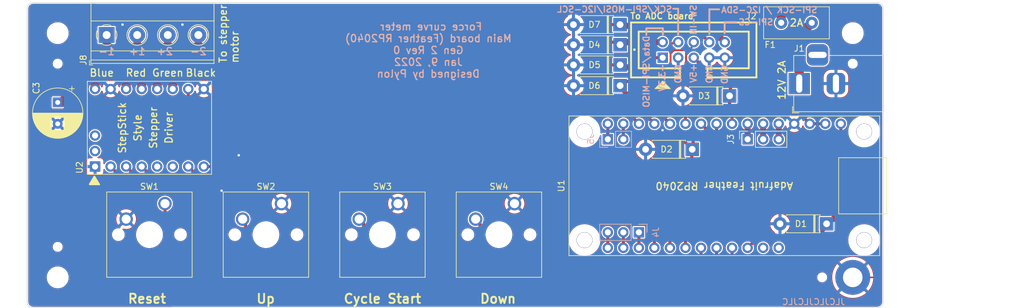
<source format=kicad_pcb>
(kicad_pcb (version 20211014) (generator pcbnew)
  (layers (0 "F.Cu" signal) (31 "B.Cu" signal) (34 "B.Paste" user) (35 "F.Paste" user) (36 "B.SilkS" user "B.Silkscreen") (37 "F.SilkS" user "F.Silkscreen") (38 "B.Mask" user) (39 "F.Mask" user) (44 "Edge.Cuts" user))
  (net 0 "")
  (net 1 "+12V")
  (net 2 "DOWN-SWITCH")
  (net 3 "START-SWITCH")
  (net 4 "GND")
  (net 5 "RESET")
  (net 6 "UP-SWITCH")
  (net 7 "DIR")
  (net 8 "+5V")
  (net 9 "STEP")
  (net 10 "+3V3")
  (net 11 "MS2")
  (net 12 "MS1")
  (net 13 "SPI-SCK{slash}I2C-SDA")
  (net 14 "HX711-SCK{slash}SPI-MOSI{slash}I2C-SCL")
  (net 15 "HX711-DATA{slash}SPI-MISO")
  (net 16 "SPI-CS")
  (net 17 "MS3")
  (net 23 "SWITCH-IN")
  (net 25 "Net-(J3-Pad3)")
  (net 26 "Net-(J3-Pad2)")
  (net 27 "Net-(J3-Pad1)")
  (net 28 "Net-(J4-Pad1)")
  (net 29 "Net-(J4-Pad2)")
  (net 30 "Net-(J4-Pad3)")
  (net 31 "Coil1+")
  (net 32 "Coil1-")
  (net 33 "Coil2-")
  (net 34 "Coil2+")
  (net 35 "Net-(J5-Pad1)")
  (net 36 "Net-(J5-Pad2)")
  (net 37 "Net-(J1-Pad1)")
  (footprint "Capacitor_THT:C_Disc_D10.5mm_W5.0mm_P5.00mm" (layer "F.Cu") (at 123.3 3.3)
    (fp_text reference "F1" (at -1.8 3.6) (layer "F.SilkS"))
    (fp_text value "2A")
    (pad "1" thru_hole circle locked (at 0 0) (size 2 2) (drill 1) (layers *.Cu *.Mask) (net 1 "+12V"))
    (pad "2" thru_hole circle locked (at 5 0) (size 2 2) (drill 1) (layers *.Cu *.Mask) (net 37 "Net-(J1-Pad1)"))
  )
  (footprint "MountingHole:MountingHole_3.2mm_M3_ISO7380_Pad" (layer "F.Cu") (at 135 45)
    (fp_text reference "H1")
    (fp_text value "MountingHole_Pad")
    (pad "1" thru_hole circle locked (at 0 0) (size 5.7 5.7) (drill 3.2) (layers *.Cu *.Mask) (net 4 "GND"))
  )
  (footprint "Capacitor_THT:CP_Radial_D8.0mm_P3.50mm" (layer "F.Cu") (at 5 16.347349 -90)
    (fp_text reference "C3" (at -2.347349 3.5 90) (layer "F.SilkS"))
    (fp_text value "100uF 35V")
    (pad "1" thru_hole rect locked (at 0 0 270) (size 1.6 1.6) (drill 0.8) (layers *.Cu *.Mask) (net 1 "+12V"))
    (pad "2" thru_hole circle locked (at 3.5 0 270) (size 1.6 1.6) (drill 0.8) (layers *.Cu *.Mask) (net 4 "GND"))
  )
  (footprint "AcheronMountingHoles:ToolingHole_1.152mm_(for_JLCPCB_SMT)" (layer "F.Cu") (at 135 10)
    (fp_text reference "HT2")
    (fp_text value "MountingHole")
    (pad "" np_thru_hole circle locked (at 0 0) (size 1.152 1.152) (drill 1.152) (layers *.Cu *.Mask) (clearance 0.248))
  )
  (footprint "Button_Switch_Keyboard:SW_Cherry_MX_1.00u_PCB" (layer "F.Cu") (at 79.69 32.92)
    (fp_text reference "SW4" (at -2.54 -2.794) (layer "F.SilkS"))
    (fp_text value "SW_Push")
    (pad "" np_thru_hole circle locked (at -2.54 5.08) (size 4 4) (drill 4) (layers *.Cu *.Mask))
    (pad "" np_thru_hole circle locked (at -7.62 5.08) (size 1.7 1.7) (drill 1.7) (layers *.Cu *.Mask))
    (pad "" np_thru_hole circle locked (at 2.54 5.08) (size 1.7 1.7) (drill 1.7) (layers *.Cu *.Mask))
    (pad "1" thru_hole circle locked (at 0 0) (size 2.2 2.2) (drill 1.5) (layers *.Cu *.Mask) (net 4 "GND"))
    (pad "2" thru_hole circle locked (at -6.35 2.54) (size 2.2 2.2) (drill 1.5) (layers *.Cu *.Mask) (net 2 "DOWN-SWITCH"))
  )
  (footprint "TerminalBlock_Phoenix:TerminalBlock_Phoenix_MKDS-1,5-4_1x04_P5.00mm_Horizontal" (layer "F.Cu") (at 13 5.305)
    (fp_text reference "J8" (at -3.8 4.095 90) (layer "F.SilkS"))
    (fp_text value "Conn_01x04")
    (pad "1" thru_hole rect locked (at 0 0) (size 2.6 2.6) (drill 1.3) (layers *.Cu *.Mask) (net 32 "Coil1-"))
    (pad "2" thru_hole circle locked (at 5 0) (size 2.6 2.6) (drill 1.3) (layers *.Cu *.Mask) (net 31 "Coil1+"))
    (pad "3" thru_hole circle locked (at 10 0) (size 2.6 2.6) (drill 1.3) (layers *.Cu *.Mask) (net 34 "Coil2+"))
    (pad "4" thru_hole circle locked (at 15 0) (size 2.6 2.6) (drill 1.3) (layers *.Cu *.Mask) (net 33 "Coil2-"))
  )
  (footprint "Diode_THT:D_DO-41_SOD81_P7.62mm_Horizontal" (layer "F.Cu") (at 96.96 13.6 180)
    (fp_text reference "D6" (at 4.21 0) (layer "F.SilkS"))
    (fp_text value "D_Zener")
    (pad "1" thru_hole rect locked (at 0 0 180) (size 2.2 2.2) (drill 1.1) (layers *.Cu *.Mask) (net 13 "SPI-SCK{slash}I2C-SDA"))
    (pad "2" thru_hole oval locked (at 7.62 0 180) (size 2.2 2.2) (drill 1.1) (layers *.Cu *.Mask) (net 4 "GND"))
  )
  (footprint "MountingHole:MountingHole_3.2mm_M3_ISO7380" (layer "F.Cu") (at 5 5)
    (fp_text reference "H4")
    (fp_text value "MountingHole")
    (pad "" np_thru_hole circle locked (at 0 0) (size 3.2 3.2) (drill 3.2) (layers *.Cu *.Mask))
  )
  (footprint "Connector_PinSocket_2.54mm:PinSocket_1x03_P2.54mm_Vertical" (layer "F.Cu") (at 117.81 22.38 90)
    (fp_text reference "J3" (at 0 -2.77 90) (layer "F.SilkS"))
    (fp_text value "Conn_01x03_Female")
    (pad "1" thru_hole rect locked (at 0 0 90) (size 1.7 1.7) (drill 1) (layers *.Cu *.Mask) (net 27 "Net-(J3-Pad1)"))
    (pad "2" thru_hole oval locked (at 0 2.54 90) (size 1.7 1.7) (drill 1) (layers *.Cu *.Mask) (net 26 "Net-(J3-Pad2)"))
    (pad "3" thru_hole oval locked (at 0 5.08 90) (size 1.7 1.7) (drill 1) (layers *.Cu *.Mask) (net 25 "Net-(J3-Pad3)"))
  )
  (footprint "MountingHole:MountingHole_3.2mm_M3_ISO7380" (layer "F.Cu") (at 135 5)
    (fp_text reference "H2")
    (fp_text value "MountingHole")
    (pad "" np_thru_hole circle locked (at 0 0) (size 3.2 3.2) (drill 3.2) (layers *.Cu *.Mask))
  )
  (footprint "Connector_BarrelJack:BarrelJack_Horizontal" (layer "F.Cu") (at 126.25 13.2575 180)
    (fp_text reference "J1" (at 0 5.75) (layer "F.SilkS"))
    (fp_text value "Barrel_Jack_MountingPin")
    (pad "1" thru_hole rect locked (at 0 0 180) (size 3.5 3.5) (drill oval 1 3) (layers *.Cu *.Mask) (net 37 "Net-(J1-Pad1)"))
    (pad "2" thru_hole roundrect locked (at -6 0 180) (size 3 3.5) (drill oval 1 3) (layers *.Cu *.Mask) (net 4 "GND"))
    (pad "3" thru_hole roundrect locked (at -3 4.7 180) (size 3.5 3.5) (drill oval 3 1) (layers *.Cu *.Mask))
  )
  (footprint "AcheronMountingHoles:ToolingHole_1.152mm_(for_JLCPCB_SMT)" (layer "F.Cu") (at 5 10)
    (fp_text reference "HT1")
    (fp_text value "MountingHole")
    (pad "" np_thru_hole circle locked (at 0 0) (size 1.152 1.152) (drill 1.152) (layers *.Cu *.Mask) (clearance 0.248))
  )
  (footprint "AcheronMountingHoles:ToolingHole_1.152mm_(for_JLCPCB_SMT)" (layer "F.Cu") (at 130 45)
    (fp_text reference "HT4")
    (fp_text value "MountingHole")
    (pad "" np_thru_hole circle locked (at 0 0) (size 1.152 1.152) (drill 1.152) (layers *.Cu *.Mask) (clearance 0.248))
  )
  (footprint "Button_Switch_Keyboard:SW_Cherry_MX_1.00u_PCB" (layer "F.Cu") (at 22.54 32.92)
    (fp_text reference "SW1" (at -2.54 -2.794) (layer "F.SilkS"))
    (fp_text value "SW_Push")
    (pad "" np_thru_hole circle locked (at -7.62 5.08) (size 1.7 1.7) (drill 1.7) (layers *.Cu *.Mask))
    (pad "" np_thru_hole circle locked (at 2.54 5.08) (size 1.7 1.7) (drill 1.7) (layers *.Cu *.Mask))
    (pad "" np_thru_hole circle locked (at -2.54 5.08) (size 4 4) (drill 4) (layers *.Cu *.Mask))
    (pad "1" thru_hole circle locked (at 0 0) (size 2.2 2.2) (drill 1.5) (layers *.Cu *.Mask) (net 5 "RESET"))
    (pad "2" thru_hole circle locked (at -6.35 2.54) (size 2.2 2.2) (drill 1.5) (layers *.Cu *.Mask) (net 4 "GND"))
  )
  (footprint "Diode_THT:D_DO-41_SOD81_P7.62mm_Horizontal" (layer "F.Cu") (at 130.725 36.225 180)
    (fp_text reference "D1" (at 4.2 0) (layer "F.SilkS"))
    (fp_text value "D_Zener")
    (pad "1" thru_hole rect locked (at 0 0 180) (size 2.2 2.2) (drill 1.1) (layers *.Cu *.Mask) (net 8 "+5V"))
    (pad "2" thru_hole oval locked (at 7.62 0 180) (size 2.2 2.2) (drill 1.1) (layers *.Cu *.Mask) (net 4 "GND"))
  )
  (footprint "AcheronMountingHoles:ToolingHole_1.152mm_(for_JLCPCB_SMT)" (layer "F.Cu") (at 5 40)
    (fp_text reference "HT3")
    (fp_text value "MountingHole")
    (pad "" np_thru_hole circle locked (at 0 0) (size 1.152 1.152) (drill 1.152) (layers *.Cu *.Mask) (clearance 0.248))
  )
  (footprint "Diode_THT:D_DO-41_SOD81_P7.62mm_Horizontal" (layer "F.Cu") (at 108.75 24.025 180)
    (fp_text reference "D2" (at 4.2 0) (layer "F.SilkS"))
    (fp_text value "D_Zener")
    (pad "1" thru_hole rect locked (at 0 0 180) (size 2.2 2.2) (drill 1.1) (layers *.Cu *.Mask) (net 10 "+3V3"))
    (pad "2" thru_hole oval locked (at 7.62 0 180) (size 2.2 2.2) (drill 1.1) (layers *.Cu *.Mask) (net 4 "GND"))
  )
  (footprint "Diode_THT:D_DO-41_SOD81_P7.62mm_Horizontal" (layer "F.Cu") (at 96.95 3.6 180)
    (fp_text reference "D7" (at 4.2 0) (layer "F.SilkS"))
    (fp_text value "D_Zener")
    (pad "1" thru_hole rect locked (at 0 0 180) (size 2.2 2.2) (drill 1.1) (layers *.Cu *.Mask) (net 16 "SPI-CS"))
    (pad "2" thru_hole oval locked (at 7.62 0 180) (size 2.2 2.2) (drill 1.1) (layers *.Cu *.Mask) (net 4 "GND"))
  )
  (footprint "StepStick:StepStickGeneric" (layer "F.Cu") (at 20 20.5 90)
    (fp_text reference "U2" (at -6.5 -11.43 90 unlocked) (layer "F.SilkS"))
    (fp_text value "StepStickGeneric")
    (fp_text user "StepStick" (at 0 -4.445 90 unlocked) (layer "F.SilkS") (effects (font (size 1.2 1.2) (thickness 0.2))))
    (fp_text user "Driver" (at 0 3.175 90 unlocked) (layer "F.SilkS") (effects (font (size 1.2 1.2) (thickness 0.2))))
    (fp_text user "Style" (at 0 -1.905 90 unlocked) (layer "F.SilkS") (effects (font (size 1.2 1.2) (thickness 0.2))))
    (fp_text user "Stepper" (at 0 0.635 90 unlocked) (layer "F.SilkS") (effects (font (size 1.2 1.2) (thickness 0.2))))
    (pad "1" thru_hole rect (at -6.35 -8.89 90) (size 1.7 1.7) (drill 1) (layers *.Cu *.Mask) (net 4 "GND"))
    (pad "2" thru_hole circle (at -6.35 -6.35 90) (size 1.7 1.7) (drill 1) (layers *.Cu *.Mask) (net 12 "MS1"))
    (pad "3" thru_hole circle (at -6.35 -3.81 90) (size 1.7 1.7) (drill 1) (layers *.Cu *.Mask) (net 11 "MS2"))
    (pad "4" thru_hole circle (at -6.35 -1.27 90) (size 1.7 1.7) (drill 1) (layers *.Cu *.Mask) (net 17 "MS3"))
    (pad "5" thru_hole circle (at -6.35 1.27 90) (size 1.7 1.7) (drill 1) (layers *.Cu *.Mask))
    (pad "6" thru_hole circle (at -6.35 3.81 90) (size 1.7 1.7) (drill 1) (layers *.Cu *.Mask))
    (pad "7" thru_hole circle (at -6.35 6.35 90) (size 1.7 1.7) (drill 1) (layers *.Cu *.Mask) (net 9 "STEP"))
    (pad "8" thru_hole circle (at -6.35 8.89 90) (size 1.7 1.7) (drill 1) (layers *.Cu *.Mask) (net 7 "DIR"))
    (pad "9" thru_hole circle (at 6.35 8.89 90) (size 1.7 1.7) (drill 1) (layers *.Cu *.Mask) (net 4 "GND"))
    (pad "10" thru_hole circle (at 6.35 6.35 90) (size 1.7 1.7) (drill 1) (layers *.Cu *.Mask) (net 10 "+3V3"))
    (pad "11" thru_hole circle (at 6.35 3.81 90) (size 1.7 1.7) (drill 1) (layers *.Cu *.Mask) (net 33 "Coil2-"))
    (pad "12" thru_hole circle (at 6.35 1.27 90) (size 1.7 1.7) (drill 1) (layers *.Cu *.Mask) (net 34 "Coil2+"))
    (pad "13" thru_hole circle (at 6.35 -1.27 90) (size 1.7 1.7) (drill 1) (layers *.Cu *.Mask) (net 31 "Coil1+"))
    (pad "14" thru_hole circle (at 6.35 -3.81 90) (size 1.7 1.7) (drill 1) (layers *.Cu *.Mask) (net 32 "Coil1-"))
    (pad "15" thru_hole circle (at 6.35 -6.35 90) (size 1.7 1.7) (drill 1) (layers *.Cu *.Mask) (net 4 "GND"))
    (pad "16" thru_hole circle (at 6.35 -8.89 90) (size 1.7 1.7) (drill 1) (layers *.Cu *.Mask) (net 1 "+12V"))
    (pad "17" thru_hole circle (at -3.81 -8.89 90) (size 1.7 1.7) (drill 1) (layers *.Cu *.Mask))
    (pad "18" thru_hole circle (at -1.27 -8.89 90) (size 1.7 1.7) (drill 1) (layers *.Cu *.Mask))
  )
  (footprint "MountingHole:MountingHole_3.2mm_M3_ISO7380" (layer "F.Cu") (at 5 45)
    (fp_text reference "H3")
    (fp_text value "MountingHole")
    (pad "" np_thru_hole circle locked (at 0 0) (size 3.2 3.2) (drill 3.2) (layers *.Cu *.Mask))
  )
  (footprint "Adafruit-Feather-RP2040:Adafruit-Feather-RP2040" (layer "F.Cu") (at 114 30 180)
    (fp_text reference "U1" (at 26.67 0 90 unlocked) (layer "F.SilkS"))
    (fp_text value "Adafruit-Feather-RP2040")
    (fp_text user "Adafruit Feather RP2040" (at 0 0 180 unlocked) (layer "F.SilkS") (effects (font (size 1.2 1.2) (thickness 0.2))))
    (pad "" np_thru_hole circle (at -22.86 8.89 180) (size 2.6 2.6) (drill 2.54) (layers F&B.Cu *.Mask) (clearance 1.3))
    (pad "" np_thru_hole circle (at 22.86 8.89 180) (size 2.6 2.6) (drill 2.54) (layers F&B.Cu *.Mask) (clearance 1.3))
    (pad "" np_thru_hole circle (at -22.86 -8.89 180) (size 2.6 2.6) (drill 2.54) (layers F&B.Cu *.Mask) (clearance 1.3))
    (pad "" np_thru_hole circle (at 22.86 -8.89 180) (size 2.6 2.6) (drill 2.54) (layers F&B.Cu *.Mask) (clearance 1.3))
    (pad "1" thru_hole circle (at -19.05 10.16 180) (size 1.7 1.7) (drill 1) (layers *.Cu *.Mask) (net 5 "RESET"))
    (pad "2" thru_hole circle (at -16.51 10.16 180) (size 1.7 1.7) (drill 1) (layers *.Cu *.Mask) (net 10 "+3V3"))
    (pad "3" thru_hole circle (at -13.97 10.16 180) (size 1.7 1.7) (drill 1) (layers *.Cu *.Mask) (net 10 "+3V3"))
    (pad "4" thru_hole circle (at -11.43 10.16 180) (size 1.7 1.7) (drill 1) (layers *.Cu *.Mask) (net 4 "GND"))
    (pad "5" thru_hole circle (at -8.89 10.16 180) (size 1.7 1.7) (drill 1) (layers *.Cu *.Mask) (net 25 "Net-(J3-Pad3)"))
    (pad "6" thru_hole circle (at -6.35 10.16 180) (size 1.7 1.7) (drill 1) (layers *.Cu *.Mask) (net 26 "Net-(J3-Pad2)"))
    (pad "7" thru_hole circle (at -3.81 10.16 180) (size 1.7 1.7) (drill 1) (layers *.Cu *.Mask) (net 27 "Net-(J3-Pad1)"))
    (pad "8" thru_hole circle (at -1.27 10.16 180) (size 1.7 1.7) (drill 1) (layers *.Cu *.Mask) (net 23 "SWITCH-IN"))
    (pad "9" thru_hole circle (at 1.27 10.16 180) (size 1.7 1.7) (drill 1) (layers *.Cu *.Mask) (net 9 "STEP"))
    (pad "10" thru_hole circle (at 3.81 10.16 180) (size 1.7 1.7) (drill 1) (layers *.Cu *.Mask) (net 7 "DIR"))
    (pad "11" thru_hole circle (at 6.35 10.16 180) (size 1.7 1.7) (drill 1) (layers *.Cu *.Mask) (net 13 "SPI-SCK{slash}I2C-SDA"))
    (pad "12" thru_hole circle (at 8.89 10.16 180) (size 1.7 1.7) (drill 1) (layers *.Cu *.Mask) (net 14 "HX711-SCK{slash}SPI-MOSI{slash}I2C-SCL"))
    (pad "13" thru_hole circle (at 11.43 10.16 180) (size 1.7 1.7) (drill 1) (layers *.Cu *.Mask) (net 15 "HX711-DATA{slash}SPI-MISO"))
    (pad "14" thru_hole circle (at 13.97 10.16 180) (size 1.7 1.7) (drill 1) (layers *.Cu *.Mask) (net 16 "SPI-CS"))
    (pad "15" thru_hole circle (at 16.51 10.16 180) (size 1.7 1.7) (drill 1) (layers *.Cu *.Mask) (net 36 "Net-(J5-Pad2)"))
    (pad "16" thru_hole circle (at 19.05 10.16 180) (size 1.7 1.7) (drill 1) (layers *.Cu *.Mask) (net 35 "Net-(J5-Pad1)"))
    (pad "17" thru_hole circle (at 19.05 -10.16 180) (size 1.7 1.7) (drill 1) (layers *.Cu *.Mask) (net 30 "Net-(J4-Pad3)"))
    (pad "18" thru_hole circle (at 16.51 -10.16 180) (size 1.7 1.7) (drill 1) (layers *.Cu *.Mask) (net 29 "Net-(J4-Pad2)"))
    (pad "19" thru_hole circle (at 13.97 -10.16 180) (size 1.7 1.7) (drill 1) (layers *.Cu *.Mask) (net 28 "Net-(J4-Pad1)"))
    (pad "20" thru_hole circle (at 11.43 -10.16 180) (size 1.7 1.7) (drill 1) (layers *.Cu *.Mask) (net 12 "MS1"))
    (pad "21" thru_hole circle (at 8.89 -10.16 180) (size 1.7 1.7) (drill 1) (layers *.Cu *.Mask) (net 11 "MS2"))
    (pad "22" thru_hole circle (at 6.35 -10.16 180) (size 1.7 1.7) (drill 1) (layers *.Cu *.Mask) (net 17 "MS3"))
    (pad "23" thru_hole circle (at 3.81 -10.16 180) (size 1.7 1.7) (drill 1) (layers *.Cu *.Mask) (net 2 "DOWN-SWITCH"))
    (pad "24" thru_hole circle (at 1.27 -10.16 180) (size 1.7 1.7) (drill 1) (layers *.Cu *.Mask) (net 3 "START-SWITCH"))
    (pad "25" thru_hole circle (at -1.27 -10.16 180) (size 1.7 1.7) (drill 1) (layers *.Cu *.Mask) (net 6 "UP-SWITCH"))
    (pad "26" thru_hole circle (at -3.81 -10.16 180) (size 1.7 1.7) (drill 1) (layers *.Cu *.Mask) (net 8 "+5V"))
    (pad "27" thru_hole circle (at -6.35 -10.16 180) (size 1.7 1.7) (drill 1) (layers *.Cu *.Mask))
    (pad "28" thru_hole circle (at -8.89 -10.16 180) (size 1.7 1.7) (drill 1) (layers *.Cu *.Mask))
  )
  (footprint "Diode_THT:D_DO-41_SOD81_P7.62mm_Horizontal" (layer "F.Cu") (at 114.86 15.275 180)
    (fp_text reference "D3" (at 4.185 0) (layer "F.SilkS"))
    (fp_text value "D_Zener")
    (pad "1" thru_hole rect locked (at 0 0 180) (size 2.2 2.2) (drill 1.1) (layers *.Cu *.Mask) (net 23 "SWITCH-IN"))
    (pad "2" thru_hole oval locked (at 7.62 0 180) (size 2.2 2.2) (drill 1.1) (layers *.Cu *.Mask) (net 4 "GND"))
  )
  (footprint "Open-Switch-Tester-parts:2x05-P2.54mm-Shrouded-Keyed-Header" (layer "F.Cu") (at 109 7.75)
    (fp_text reference "J2" (at 9.4 -5.55) (layer "F.SilkS"))
    (fp_text value "Conn_02x05_Odd_Even")
    (pad "1" thru_hole rect locked (at -5.08 1.27 90) (size 1.7 1.7) (drill 1) (layers *.Cu *.Mask) (net 10 "+3V3"))
    (pad "2" thru_hole oval locked (at -5.08 -1.27 90) (size 1.7 1.7) (drill 1) (layers *.Cu *.Mask) (net 15 "HX711-DATA{slash}SPI-MISO"))
    (pad "3" thru_hole oval locked (at -2.54 1.27 90) (size 1.7 1.7) (drill 1) (layers *.Cu *.Mask) (net 4 "GND"))
    (pad "4" thru_hole oval locked (at -2.54 -1.27 90) (size 1.7 1.7) (drill 1) (layers *.Cu *.Mask) (net 14 "HX711-SCK{slash}SPI-MOSI{slash}I2C-SCL"))
    (pad "5" thru_hole oval locked (at 0 1.27 90) (size 1.7 1.7) (drill 1) (layers *.Cu *.Mask) (net 8 "+5V"))
    (pad "6" thru_hole oval locked (at 0 -1.27 90) (size 1.7 1.7) (drill 1) (layers *.Cu *.Mask) (net 23 "SWITCH-IN"))
    (pad "7" thru_hole oval locked (at 2.54 1.27 90) (size 1.7 1.7) (drill 1) (layers *.Cu *.Mask) (net 4 "GND"))
    (pad "8" thru_hole oval locked (at 2.54 -1.27 90) (size 1.7 1.7) (drill 1) (layers *.Cu *.Mask) (net 13 "SPI-SCK{slash}I2C-SDA"))
    (pad "9" thru_hole oval locked (at 5.08 1.27 90) (size 1.7 1.7) (drill 1) (layers *.Cu *.Mask) (net 4 "GND"))
    (pad "10" thru_hole oval locked (at 5.08 -1.27 90) (size 1.7 1.7) (drill 1) (layers *.Cu *.Mask) (net 16 "SPI-CS"))
  )
  (footprint "Button_Switch_Keyboard:SW_Cherry_MX_1.00u_PCB" (layer "F.Cu") (at 60.64 32.92)
    (fp_text reference "SW3" (at -2.54 -2.794) (layer "F.SilkS"))
    (fp_text value "SW_Push")
    (pad "" np_thru_hole circle locked (at -2.54 5.08) (size 4 4) (drill 4) (layers *.Cu *.Mask))
    (pad "" np_thru_hole circle locked (at -7.62 5.08) (size 1.7 1.7) (drill 1.7) (layers *.Cu *.Mask))
    (pad "" np_thru_hole circle locked (at 2.54 5.08) (size 1.7 1.7) (drill 1.7) (layers *.Cu *.Mask))
    (pad "1" thru_hole circle locked (at 0 0) (size 2.2 2.2) (drill 1.5) (layers *.Cu *.Mask) (net 4 "GND"))
    (pad "2" thru_hole circle locked (at -6.35 2.54) (size 2.2 2.2) (drill 1.5) (layers *.Cu *.Mask) (net 3 "START-SWITCH"))
  )
  (footprint "Diode_THT:D_DO-41_SOD81_P7.62mm_Horizontal" (layer "F.Cu") (at 96.96 10.2 180)
    (fp_text reference "D5" (at 4.185 0) (layer "F.SilkS"))
    (fp_text value "D_Zener")
    (pad "1" thru_hole rect locked (at 0 0 180) (size 2.2 2.2) (drill 1.1) (layers *.Cu *.Mask) (net 14 "HX711-SCK{slash}SPI-MOSI{slash}I2C-SCL"))
    (pad "2" thru_hole oval locked (at 7.62 0 180) (size 2.2 2.2) (drill 1.1) (layers *.Cu *.Mask) (net 4 "GND"))
  )
  (footprint "Button_Switch_Keyboard:SW_Cherry_MX_1.00u_PCB" (layer "F.Cu") (at 41.59 32.92)
    (fp_text reference "SW2" (at -2.54 -2.794) (layer "F.SilkS"))
    (fp_text value "SW_Push")
    (pad "" np_thru_hole circle locked (at -2.54 5.08) (size 4 4) (drill 4) (layers *.Cu *.Mask))
    (pad "" np_thru_hole circle locked (at -7.62 5.08) (size 1.7 1.7) (drill 1.7) (layers *.Cu *.Mask))
    (pad "" np_thru_hole circle locked (at 2.54 5.08) (size 1.7 1.7) (drill 1.7) (layers *.Cu *.Mask))
    (pad "1" thru_hole circle locked (at 0 0) (size 2.2 2.2) (drill 1.5) (layers *.Cu *.Mask) (net 4 "GND"))
    (pad "2" thru_hole circle locked (at -6.35 2.54) (size 2.2 2.2) (drill 1.5) (layers *.Cu *.Mask) (net 6 "UP-SWITCH"))
  )
  (footprint "Diode_THT:D_DO-41_SOD81_P7.62mm_Horizontal" (layer "F.Cu") (at 96.96 6.9 180)
    (fp_text reference "D4" (at 4.21 0) (layer "F.SilkS"))
    (fp_text value "D_Zener")
    (pad "1" thru_hole rect locked (at 0 0 180) (size 2.2 2.2) (drill 1.1) (layers *.Cu *.Mask) (net 15 "HX711-DATA{slash}SPI-MISO"))
    (pad "2" thru_hole oval locked (at 7.62 0 180) (size 2.2 2.2) (drill 1.1) (layers *.Cu *.Mask) (net 4 "GND"))
  )
  (footprint "Connector_PinSocket_2.54mm:PinSocket_1x03_P2.54mm_Vertical" (layer "B.Cu") (at 100.03 37.62 90)
    (fp_text reference "J4" (at 0 2.77 90) (layer "B.SilkS") (effects (justify mirror)))
    (fp_text value "Conn_01x03_Female")
    (pad "1" thru_hole rect locked (at 0 0 90) (size 1.7 1.7) (drill 1) (layers *.Cu *.Mask) (net 28 "Net-(J4-Pad1)"))
    (pad "2" thru_hole oval locked (at 0 -2.54 90) (size 1.7 1.7) (drill 1) (layers *.Cu *.Mask) (net 29 "Net-(J4-Pad2)"))
    (pad "3" thru_hole oval locked (at 0 -5.08 90) (size 1.7 1.7) (drill 1) (layers *.Cu *.Mask) (net 30 "Net-(J4-Pad3)"))
  )
  (footprint "Connector_PinSocket_2.54mm:PinSocket_1x02_P2.54mm_Vertical" (layer "B.Cu") (at 94.95 22.38 -90)
    (fp_text reference "J5" (at 0 2.77 90) (layer "B.SilkS") (effects (justify mirror)))
    (fp_text value "Conn_01x02_Female")
    (pad "1" thru_hole rect locked (at 0 0 270) (size 1.7 1.7) (drill 1) (layers *.Cu *.Mask) (net 35 "Net-(J5-Pad1)"))
    (pad "2" thru_hole oval locked (at 0 -2.54 270) (size 1.7 1.7) (drill 1) (layers *.Cu *.Mask) (net 36 "Net-(J5-Pad2)"))
  )
  (gr_line (start 103.95 4.2) (end 101.25 4.2) (layer "B.SilkS") (width 0.3))
  (gr_line (start 114.05 3.2) (end 114.05 5) (layer "B.SilkS") (width 0.3))
  (gr_line (start 106.45 1) (end 105.65 1) (layer "B.SilkS") (width 0.3))
  (gr_line (start 101.25 4.2) (end 101.25 5.3) (layer "B.SilkS") (width 0.3))
  (gr_line (start 113.15 1.1) (end 111.55 1.1) (layer "B.SilkS") (width 0.3))
  (gr_line (start 106.45 5.2) (end 106.45 1) (layer "B.SilkS") (width 0.3))
  (gr_line (start 111.55 1.1) (end 111.55 5.1) (layer "B.SilkS") (width 0.3))
  (gr_line (start 115.95 3.2) (end 114.05 3.2) (layer "B.SilkS") (width 0.3))
  (gr_line (start 103.95 5.2) (end 103.95 4.2) (layer "B.SilkS") (width 0.3))
  (gr_poly (pts (xy 11.75 29.75) (xy 10.25 29.75) (xy 11 28.5)) (layer "F.SilkS") (width 0.3) (fill solid))
  (gr_arc (start 1 50) (mid 0.292893 49.707107) (end 0 49) (layer "Edge.Cuts") (width 0.1))
  (gr_line (start 138.999999 0.000001) (end 1 0) (layer "Edge.Cuts") (width 0.1))
  (gr_arc (start 0 1) (mid 0.292893 0.292893) (end 1 0) (layer "Edge.Cuts") (width 0.1))
  (gr_line (start 1 50) (end 139 50) (layer "Edge.Cuts") (width 0.1))
  (gr_line (start 0 1) (end 0 49) (layer "Edge.Cuts") (width 0.1))
  (gr_arc (start 138.999999 0.000001) (mid 139.707106 0.292894) (end 139.999999 1.000001) (layer "Edge.Cuts") (width 0.1))
  (gr_line (start 140 49) (end 140 1) (layer "Edge.Cuts") (width 0.1))
  (gr_arc (start 139.999999 48.999999) (mid 139.707106 49.707106) (end 138.999999 49.999999) (layer "Edge.Cuts") (width 0.1))
  (gr_text "2+" (at 22.5 8) (layer "B.SilkS") (effects (font (size 1.2 1.2) (thickness 0.2)) (justify mirror)))
  (gr_text "JLCJLCJLCJLC" (at 128.6 49) (layer "B.SilkS") (effects (font (size 1 1)) (justify mirror)))
  (gr_text "Force curve meter \nMain board (Feather RP2040)\nGen 2 Rev 0\nJan 9, 2022\nDesigned by Pylon" (at 65.6 7.8) (layer "B.SilkS") (effects (font (size 1.2 1.2) (thickness 0.2)) (justify mirror)))
  (gr_text "SPI-SCK / I2C-SDA" (at 121.35 1.2) (layer "B.SilkS") (effects (font (size 1 1) (thickness 0.2)) (justify mirror)))
  (gr_text "SPI-CS" (at 119.15 3.2) (layer "B.SilkS") (effects (font (size 1 1) (thickness 0.2)) (justify mirror)))
  (gr_text "GND" (at 111.55 11.7 90) (layer "B.SilkS") (effects (font (size 1 1) (thickness 0.2)) (justify mirror)))
  (gr_text "SCK/SPI-MOSI/I2C-SCL" (at 96.05 1.1) (layer "B.SilkS") (effects (font (size 1 1) (thickness 0.2)) (justify mirror)))
  (gr_text "Data/SPI-MISO" (at 101.25 11.3 90) (layer "B.SilkS") (effects (font (size 1 1) (thickness 0.2)) (justify mirror)))
  (gr_text "+5V" (at 108.95 11.6 90) (layer "B.SilkS") (effects (font (size 1 1) (thickness 0.2)) (justify mirror)))
  (gr_text "+3.3V" (at 103.85 12.3 90) (layer "B.SilkS") (effects (font (size 1 1) (thickness 0.2)) (justify mirror)))
  (gr_text "1+" (at 18 8) (layer "B.SilkS") (effects (font (size 1.2 1.2) (thickness 0.2)) (justify mirror)))
  (gr_text "GND" (at 114.05 11.8 90) (layer "B.SilkS") (effects (font (size 1 1) (thickness 0.2)) (justify mirror)))
  (gr_text "SW-IN" (at 108.95 2.8 90) (layer "B.SilkS") (effects (font (size 1 1) (thickness 0.2)) (justify mirror)))
  (gr_text "1-" (at 13 8) (layer "B.SilkS") (effects (font (size 1.2 1.2) (thickness 0.2)) (justify mirror)))
  (gr_text "GND" (at 106.45 11.7 90) (layer "B.SilkS") (effects (font (size 1 1) (thickness 0.2)) (justify mirror)))
  (gr_text "2-" (at 28 8) (layer "B.SilkS") (effects (font (size 1.2 1.2) (thickness 0.2)) (justify mirror)))
  (gr_text "Cycle Start" (at 58.1 48.5) (layer "F.SilkS") (effects (font (size 1.5 1.5) (thickness 0.3))))
  (gr_text "Red" (at 17.8 11.5) (layer "F.SilkS") (effects (font (size 1.2 1.2) (thickness 0.2))))
  (gr_text "12V 2A" (at 123.4 12.7 90) (layer "F.SilkS") (effects (font (size 1.2 1.2) (thickness 0.2))))
  (gr_text "Up" (at 39 48.5) (layer "F.SilkS") (effects (font (size 1.5 1.5) (thickness 0.3))))
  (gr_text "To ADC board" (at 103.8 2.2) (layer "F.SilkS") (effects (font (size 1 1) (thickness 0.2))))
  (gr_text "Reset" (at 19.6 48.5) (layer "F.SilkS") (effects (font (size 1.5 1.5) (thickness 0.3))))
  (gr_text "Down" (at 77 48.5) (layer "F.SilkS") (effects (font (size 1.5 1.5) (thickness 0.3))))
  (gr_text "Black" (at 28.4 11.5) (layer "F.SilkS") (effects (font (size 1.2 1.2) (thickness 0.2))))
  (gr_text "Blue" (at 12.2 11.5) (layer "F.SilkS") (effects (font (size 1.2 1.2) (thickness 0.2))))
  (gr_text "To stepper\nmotor" (at 33 10 90) (layer "F.SilkS") (effects (font (size 1.2 1.2) (thickness 0.2)) (justify left)))
  (gr_text "2A" (at 125.8 3.3) (layer "F.SilkS") (effects (font (size 1.2 1.2) (thickness 0.2))))
  (gr_text "Green" (at 23 11.5) (layer "F.SilkS") (effects (font (size 1.2 1.2) (thickness 0.2))))
  (segment (start 123.3 3.3) (end 123.3 1.7) (width 1.5) (layer "F.Cu") (net 1))
  (segment (start 123.3 1.7) (end 122.7 1.1) (width 1.5) (layer "F.Cu") (net 1))
  (segment (start 5 16.347349) (end 5.652651 16.347349) (width 1.5) (layer "F.Cu") (net 1))
  (segment (start 10 12) (end 10 3) (width 1.5) (layer "F.Cu") (net 1))
  (segment (start 10 3) (end 11 2) (width 1.5) (layer "F.Cu") (net 1))
  (segment (start 11.9 1.1) (end 11 2) (width 1.5) (layer "F.Cu") (net 1))
  (segment (start 10 12) (end 11.11 13.11) (width 1.5) (layer "F.Cu") (net 1))
  (segment (start 122.7 1.1) (end 11.9 1.1) (width 1.5) (layer "F.Cu") (net 1))
  (segment (start 5.652651 16.347349) (end 10 12) (width 1.5) (layer "F.Cu") (net 1))
  (segment (start 11.11 13.11) (end 11.11 14.15) (width 1.5) (layer "F.Cu") (net 1))
  (segment (start 110.19 40.16) (end 110.19 45.86) (width 0.5) (layer "F.Cu") (net 2))
  (segment (start 75.325 47.35) (end 108.7 47.35) (width 0.5) (layer "F.Cu") (net 2))
  (segment (start 110.19 45.86) (end 108.7 47.35) (width 0.5) (layer "F.Cu") (net 2))
  (segment (start 74.05 46.075) (end 75.325 47.35) (width 0.5) (layer "F.Cu") (net 2))
  (segment (start 73.34 35.46) (end 74.05 36.17) (width 0.5) (layer "F.Cu") (net 2))
  (segment (start 74.05 36.17) (end 74.05 46.075) (width 0.5) (layer "F.Cu") (net 2))
  (segment (start 110.44408 48.13092) (end 56.50592 48.13092) (width 0.5) (layer "F.Cu") (net 3))
  (segment (start 56.50592 48.13092) (end 55.025 46.65) (width 0.5) (layer "F.Cu") (net 3))
  (segment (start 55.025 46.65) (end 55.025 36.195) (width 0.5) (layer "F.Cu") (net 3))
  (segment (start 55.025 36.195) (end 54.29 35.46) (width 0.5) (layer "F.Cu") (net 3))
  (segment (start 112.73 45.845) (end 110.44408 48.13092) (width 0.5) (layer "F.Cu") (net 3))
  (segment (start 112.73 40.16) (end 112.73 45.845) (width 0.5) (layer "F.Cu") (net 3))
  (segment (start 107.24 15.275) (end 111.975 15.275) (width 0.25) (layer "F.Cu") (net 4))
  (segment (start 135 45) (end 139 45) (width 0.25) (layer "F.Cu") (net 4))
  (via (at 15.6 3.6) (size 0.8001) (drill 0.40005) (layers "F.Cu" "B.Cu") (net 4))
  (via (at 25.4 3.6) (size 0.8001) (drill 0.40005) (layers "F.Cu" "B.Cu") (net 4))
  (via (at 34.6 25) (size 0.8001) (drill 0.40005) (layers "F.Cu" "B.Cu") (net 4))
  (via (at 31.8 30.8) (size 0.8001) (drill 0.40005) (layers "F.Cu" "B.Cu") (net 4))
  (via (at 103.9 20.9) (size 0.8001) (drill 0.40005) (layers "F.Cu" "B.Cu") (net 4))
  (via (at 99.3 7.7) (size 0.8001) (drill 0.40005) (layers "F.Cu" "B.Cu") (net 4))
  (segment (start 123.375 49.45) (end 24.2 49.45) (width 0.5) (layer "F.Cu") (net 5))
  (segment (start 133.05 34.39) (end 133.05 19.84) (width 0.5) (layer "F.Cu") (net 5))
  (segment (start 22.54 47.79) (end 22.54 32.92) (width 0.5) (layer "F.Cu") (net 5))
  (segment (start 133.05 34.39) (end 133.05 39.775) (width 0.5) (layer "F.Cu") (net 5))
  (segment (start 24.2 49.45) (end 22.54 47.79) (width 0.5) (layer "F.Cu") (net 5))
  (segment (start 133.05 39.775) (end 123.375 49.45) (width 0.5) (layer "F.Cu") (net 5))
  (segment (start 35.725 47.025) (end 35.725 35.945) (width 0.5) (layer "F.Cu") (net 6))
  (segment (start 115.27 46.155) (end 112.63454 48.79046) (width 0.5) (layer "F.Cu") (net 6))
  (segment (start 37.49046 48.79046) (end 35.725 47.025) (width 0.5) (layer "F.Cu") (net 6))
  (segment (start 35.725 35.945) (end 35.24 35.46) (width 0.5) (layer "F.Cu") (net 6))
  (segment (start 115.27 40.16) (end 115.27 46.155) (width 0.5) (layer "F.Cu") (net 6))
  (segment (start 112.63454 48.79046) (end 37.49046 48.79046) (width 0.5) (layer "F.Cu") (net 6))
  (segment (start 111.65 24.85) (end 111.65 21.3) (width 0.5) (layer "F.Cu") (net 7))
  (segment (start 28.89 26.85) (end 109.65 26.85) (width 0.5) (layer "F.Cu") (net 7))
  (segment (start 111.65 21.3) (end 110.19 19.84) (width 0.5) (layer "F.Cu") (net 7))
  (segment (start 109.65 26.85) (end 111.65 24.85) (width 0.5) (layer "F.Cu") (net 7))
  (segment (start 123 17.6) (end 130.43 17.6) (width 0.5) (layer "F.Cu") (net 8))
  (segment (start 130.43 17.6) (end 131.82 18.99) (width 0.5) (layer "F.Cu") (net 8))
  (segment (start 131.790469 20.350469) (end 131.79 20.35) (width 0.5) (layer "F.Cu") (net 8))
  (segment (start 131.790469 35.684531) (end 131.790469 20.350469) (width 0.5) (layer "F.Cu") (net 8))
  (segment (start 131.82 20.32) (end 131.79 20.35) (width 0.3) (layer "F.Cu") (net 8))
  (segment (start 119.72 38.25) (end 129.225 38.25) (width 0.5) (layer "F.Cu") (net 8))
  (segment (start 117.81 40.16) (end 119.72 38.25) (width 0.5) (layer "F.Cu") (net 8))
  (segment (start 109 9.02) (end 111.93 11.95) (width 0.5) (layer "F.Cu") (net 8))
  (segment (start 111.93 11.95) (end 117.35 11.95) (width 0.5) (layer "F.Cu") (net 8))
  (segment (start 117.35 11.95) (end 123 17.6) (width 0.5) (layer "F.Cu") (net 8))
  (segment (start 131.82 18.99) (end 131.82 19.29) (width 0.5) (layer "F.Cu") (net 8))
  (segment (start 131.82 19.29) (end 131.82 20.32) (width 0.3) (layer "F.Cu") (net 8))
  (segment (start 129.225 38.25) (end 131.790469 35.684531) (width 0.5) (layer "F.Cu") (net 8))
  (segment (start 30.45048 27.54952) (end 109.92548 27.54952) (width 0.5) (layer "F.Cu") (net 9))
  (segment (start 112.73 24.745) (end 112.73 19.84) (width 0.5) (layer "F.Cu") (net 9))
  (segment (start 109.92548 27.54952) (end 112.73 24.745) (width 0.5) (layer "F.Cu") (net 9))
  (segment (start 26.35 26.85) (end 27.775 28.275) (width 0.5) (layer "F.Cu") (net 9))
  (segment (start 29.725 28.275) (end 30.45048 27.54952) (width 0.5) (layer "F.Cu") (net 9))
  (segment (start 27.775 28.275) (end 29.725 28.275) (width 0.5) (layer "F.Cu") (net 9))
  (segment (start 104.26073 26.15) (end 108.225 26.15) (width 0.5) (layer "F.Cu") (net 10))
  (segment (start 103.92 9.02) (end 101.93 9.02) (width 0.5) (layer "F.Cu") (net 10))
  (segment (start 114.010469 18.980469) (end 113.51 18.48) (width 0.5) (layer "F.Cu") (net 10))
  (segment (start 116.529531 19.199531) (end 116.529531 20.650469) (width 0.3) (layer "F.Cu") (net 10))
  (segment (start 108.909531 19.010469) (end 108.909531 20.660469) (width 0.3) (layer "F.Cu") (net 10))
  (segment (start 104.26025 26.15048) (end 104.26073 26.15) (width 0.5) (layer "F.Cu") (net 10))
  (segment (start 101.93 9.02) (end 99.05 11.9) (width 0.5) (layer "F.Cu") (net 10))
  (segment (start 34.00048 26.15048) (end 26.35 18.5) (width 0.5) (layer "F.Cu") (net 10))
  (segment (start 114.53 21.22) (end 114.010469 20.700469) (width 0.5) (layer "F.Cu") (net 10))
  (segment (start 106.5 20.670938) (end 106.5 21.775) (width 0.5) (layer "F.Cu") (net 10))
  (segment (start 108.909531 20.660469) (end 108.909531 23.325469) (width 0.5) (layer "F.Cu") (net 10))
  (segment (start 99.05 11.9) (end 94.7 11.9) (width 0.5) (layer "F.Cu") (net 10))
  (segment (start 116.52 19.19) (end 116.529531 19.199531) (width 0.5) (layer "F.Cu") (net 10))
  (segment (start 106.369531 20.540469) (end 106.5 20.670938) (width 0.5) (layer "F.Cu") (net 10))
  (segment (start 116.52 18.84) (end 116.52 19.19) (width 0.5) (layer "F.Cu") (net 10))
  (segment (start 115.96 21.22) (end 114.53 21.22) (width 0.5) (layer "F.Cu") (net 10))
  (segment (start 26.35 18.5) (end 26.35 14.15) (width 0.5) (layer "F.Cu") (net 10))
  (segment (start 106.369531 20.540469) (end 106.369531 18.840469) (width 0.3) (layer "F.Cu") (net 10))
  (segment (start 127.97 19.84) (end 130.51 19.84) (width 0.5) (layer "F.Cu") (net 10))
  (segment (start 93.894985 14.944985) (end 94.41684 15.46684) (width 0.5) (layer "F.Cu") (net 10))
  (segment (start 93.894985 12.705015) (end 93.894985 14.944985) (width 0.5) (layer "F.Cu") (net 10))
  (segment (start 108.685 25.64) (end 108.685 23.55) (width 0.5) (layer "F.Cu") (net 10))
  (segment (start 108.65 25.725) (end 108.65 25.675) (width 0.5) (layer "F.Cu") (net 10))
  (segment (start 113.51 18.48) (end 109.44 18.48) (width 0.5) (layer "F.Cu") (net 10))
  (segment (start 114.010469 20.700469) (end 114.010469 18.980469) (width 0.3) (layer "F.Cu") (net 10))
  (segment (start 108.75 24.025) (end 106.5 21.775) (width 0.5) (layer "F.Cu") (net 10))
  (segment (start 126.51 18.38) (end 116.98 18.38) (width 0.5) (layer "F.Cu") (net 10))
  (segment (start 127.97 19.84) (end 126.51 18.38) (width 0.5) (layer "F.Cu") (net 10))
  (segment (start 116.98 18.38) (end 116.52 18.84) (width 0.5) (layer "F.Cu") (net 10))
  (segment (start 104.26025 26.15048) (end 34.00048 26.15048) (width 0.5) (layer "F.Cu") (net 10))
  (segment (start 94.7 11.9) (end 93.894985 12.705015) (width 0.5) (layer "F.Cu") (net 10))
  (segment (start 108.65 25.675) (end 108.685 25.64) (width 0.5) (layer "F.Cu") (net 10))
  (segment (start 116.529531 20.650469) (end 115.96 21.22) (width 0.5) (layer "F.Cu") (net 10))
  (segment (start 109.44 18.48) (end 108.909531 19.010469) (width 0.5) (layer "F.Cu") (net 10))
  (segment (start 108.225 26.15) (end 108.65 25.725) (width 0.5) (layer "F.Cu") (net 10))
  (segment (start 102.995902 15.46684) (end 106.369531 18.840469) (width 0.5) (layer "F.Cu") (net 10))
  (segment (start 108.909531 23.325469) (end 108.685 23.55) (width 0.5) (layer "F.Cu") (net 10))
  (segment (start 94.41684 15.46684) (end 102.995902 15.46684) (width 0.5) (layer "F.Cu") (net 10))
  (segment (start 104.45177 28.95177) (end 31.02677 28.95177) (width 0.5) (layer "F.Cu") (net 11))
  (segment (start 31.02677 28.95177) (end 30.304501 29.674039) (width 0.5) (layer "F.Cu") (net 11))
  (segment (start 105.11 29.61) (end 104.45177 28.95177) (width 0.5) (layer "F.Cu") (net 11))
  (segment (start 30.304501 29.674039) (end 19.01404 29.67404) (width 0.5) (layer "F.Cu") (net 11))
  (segment (start 105.11 40.16) (end 105.11 29.61) (width 0.5) (layer "F.Cu") (net 11))
  (segment (start 19.01404 29.67404) (end 16.19 26.85) (width 0.5) (layer "F.Cu") (net 11))
  (segment (start 31.35 29.65129) (end 30.627731 30.373559) (width 0.5) (layer "F.Cu") (net 12))
  (segment (start 30.627731 30.373559) (end 30.01475 30.373558) (width 0.5) (layer "F.Cu") (net 12))
  (segment (start 102.57 30.34629) (end 101.875 29.65129) (width 0.5) (layer "F.Cu") (net 12))
  (segment (start 102.57 40.16) (end 102.57 30.34629) (width 0.5) (layer "F.Cu") (net 12))
  (segment (start 17.173558 30.373558) (end 13.65 26.85) (width 0.5) (layer "F.Cu") (net 12))
  (segment (start 101.875 29.65129) (end 31.35 29.65129) (width 0.5) (layer "F.Cu") (net 12))
  (segment (start 30.01475 30.373558) (end 17.173558 30.373558) (width 0.5) (layer "F.Cu") (net 12))
  (segment (start 108.25 4.9) (end 107.75 5.4) (width 0.5) (layer "F.Cu") (net 13))
  (segment (start 104.154092 14.8073) (end 107.65 18.303208) (width 0.5) (layer "F.Cu") (net 13))
  (segment (start 97.725 12.9) (end 99.75 12.9) (width 0.5) (layer "F.Cu") (net 13))
  (segment (start 96.96 14.035) (end 97.7323 14.8073) (width 0.5) (layer "F.Cu") (net 13))
  (segment (start 99.75 12.9) (end 101.65 11) (width 0.5) (layer "F.Cu") (net 13))
  (segment (start 105.21 8.35) (end 105.21 10.05) (width 0.3) (layer "F.Cu") (net 13))
  (segment (start 111.54 6.48) (end 109.96 4.9) (width 0.5) (layer "F.Cu") (net 13))
  (segment (start 97.7323 14.8073) (end 104.154092 14.8073) (width 0.5) (layer "F.Cu") (net 13))
  (segment (start 107.75 5.7) (end 107.75 7.3) (width 0.3) (layer "F.Cu") (net 13))
  (segment (start 107.75 7.3) (end 107.26 7.79) (width 0.3) (layer "F.Cu") (net 13))
  (segment (start 105.77 7.79) (end 105.21 8.35) (width 0.3) (layer "F.Cu") (net 13))
  (segment (start 107.65 18.303208) (end 107.65 19.84) (width 0.5) (layer "F.Cu") (net 13))
  (segment (start 101.65 11) (end 104.26 11) (width 0.5) (layer "F.Cu") (net 13))
  (segment (start 97.025 13.6) (end 97.725 12.9) (width 0.5) (layer "F.Cu") (net 13))
  (segment (start 107.26 7.79) (end 105.77 7.79) (width 0.3) (layer "F.Cu") (net 13))
  (segment (start 109.96 4.9) (end 108.25 4.9) (width 0.5) (layer "F.Cu") (net 13))
  (segment (start 96.96 13.6) (end 96.96 14.035) (width 0.5) (layer "F.Cu") (net 13))
  (segment (start 104.26 11) (end 105.21 10.05) (width 0.5) (layer "F.Cu") (net 13))
  (segment (start 107.75 5.4) (end 107.75 5.7) (width 0.5) (layer "F.Cu") (net 13))
  (segment (start 96.96 13.6) (end 97.025 13.6) (width 0.5) (layer "F.Cu") (net 13))
  (segment (start 98.55 10.6) (end 101.410469 7.739531) (width 1) (layer "F.Cu") (net 14))
  (segment (start 101.843199 7.739531) (end 104.470469 7.739531) (width 0.3) (layer "F.Cu") (net 14))
  (segment (start 105.52 6.67) (end 105.71 6.48) (width 0.3) (layer "F.Cu") (net 14))
  (segment (start 104.470469 7.739531) (end 105.52 6.69) (width 0.3) (layer "F.Cu") (net 14))
  (segment (start 96.96 10.2) (end 94.060445 10.2) (width 0.5) (layer "F.Cu") (net 14))
  (segment (start 93.235445 15.287255) (end 94.07457 16.12638) (width 0.5) (layer "F.Cu") (net 14))
  (segment (start 93.235445 11.025) (end 93.235445 15.287255) (width 0.5) (layer "F.Cu") (net 14))
  (segment (start 94.060445 10.2) (end 93.235445 11.025) (width 0.5) (layer "F.Cu") (net 14))
  (segment (start 101.39638 16.12638) (end 105.11 19.84) (width 0.5) (layer "F.Cu") (net 14))
  (segment (start 105.71 6.48) (end 106.46 6.48) (width 0.3) (layer "F.Cu") (net 14))
  (segment (start 96.96 10.6) (end 98.55 10.6) (width 1) (layer "F.Cu") (net 14))
  (segment (start 101.410469 7.739531) (end 101.843199 7.739531) (width 1) (layer "F.Cu") (net 14))
  (segment (start 105.52 6.69) (end 105.52 6.67) (width 0.3) (layer "F.Cu") (net 14))
  (segment (start 94.07457 16.12638) (end 101.39638 16.12638) (width 0.5) (layer "F.Cu") (net 14))
  (segment (start 100.17546 17.44546) (end 102.57 19.84) (width 0.5) (layer "F.Cu") (net 15))
  (segment (start 91.90954 7.65954) (end 91.916365 7.666365) (width 0.5) (layer "F.Cu") (net 15))
  (segment (start 91.916365 7.666365) (end 91.916365 15.833635) (width 0.5) (layer "F.Cu") (net 15))
  (segment (start 98.17 6.48) (end 103.92 6.48) (width 1) (layer "F.Cu") (net 15))
  (segment (start 93.52819 17.44546) (end 100.17546 17.44546) (width 0.5) (layer "F.Cu") (net 15))
  (segment (start 97.67 6.48) (end 98.17 6.48) (width 1) (layer "F.Cu") (net 15))
  (segment (start 91.90954 7.04046) (end 91.90954 7.65954) (width 0.5) (layer "F.Cu") (net 15))
  (segment (start 92.47 6.48) (end 91.90954 7.04046) (width 0.5) (layer "F.Cu") (net 15))
  (segment (start 91.916365 15.833635) (end 93.52819 17.44546) (width 0.5) (layer "F.Cu") (net 15))
  (segment (start 96.95 7.2) (end 97.67 6.48) (width 1) (layer "F.Cu") (net 15))
  (segment (start 98.17 6.48) (end 92.47 6.48) (width 0.5) (layer "F.Cu") (net 15))
  (segment (start 111.4 3.8) (end 114.08 6.48) (width 1) (layer "F.Cu") (net 16))
  (segment (start 91.25 4.9) (end 91.25 16.1) (width 0.5) (layer "F.Cu") (net 16))
  (segment (start 98.295 18.105) (end 100.03 19.84) (width 0.5) (layer "F.Cu") (net 16))
  (segment (start 97.45 3.8) (end 111.4 3.8) (width 1) (layer "F.Cu") (net 16))
  (segment (start 96.95 3.6) (end 97.25 3.6) (width 0.25) (layer "F.Cu") (net 16))
  (segment (start 97.28 4.13) (end 96.95 3.8) (width 0.5) (layer "F.Cu") (net 16))
  (segment (start 92.55 3.6) (end 91.25 4.9) (width 0.5) (layer "F.Cu") (net 16))
  (segment (start 96.95 3.8) (end 97.45 3.8) (width 1) (layer "F.Cu") (net 16))
  (segment (start 95.85 3.6) (end 92.55 3.6) (width 0.5) (layer "F.Cu") (net 16))
  (segment (start 91.25 16.1) (end 93.255 18.105) (width 0.5) (layer "F.Cu") (net 16))
  (segment (start 93.255 18.105) (end 98.295 18.105) (width 0.5) (layer "F.Cu") (net 16))
  (segment (start 96.95 3.6) (end 95.85 3.6) (width 0.25) (layer "F.Cu") (net 16))
  (segment (start 97.25 3.6) (end 97.45 3.8) (width 0.25) (layer "F.Cu") (net 16))
  (segment (start 30.73927 28.25) (end 30.01475 28.97452) (width 0.5) (layer "F.Cu") (net 17))
  (segment (start 20.85452 28.97452) (end 18.73 26.85) (width 0.5) (layer "F.Cu") (net 17))
  (segment (start 107.65 30.975) (end 104.925 28.25) (width 0.5) (layer "F.Cu") (net 17))
  (segment (start 104.925 28.25) (end 30.73927 28.25) (width 0.5) (layer "F.Cu") (net 17))
  (segment (start 30.01475 28.97452) (end 20.85452 28.97452) (width 0.5) (layer "F.Cu") (net 17))
  (segment (start 107.65 40.16) (end 107.65 30.975) (width 0.5) (layer "F.Cu") (net 17))
  (segment (start 114.35 13.25) (end 115 13.9) (width 0.5) (layer "F.Cu") (net 23))
  (segment (start 114.86 18.27) (end 114.86 15.275) (width 0.5) (layer "F.Cu") (net 23))
  (segment (start 107.74 9.87) (end 107.74 10.465) (width 0.5) (layer "F.Cu") (net 23))
  (segment (start 109 6.98) (end 109 6.48) (width 0.3) (layer "F.Cu") (net 23))
  (segment (start 115.27 19.84) (end 115.27 18.68) (width 0.5) (layer "F.Cu") (net 23))
  (segment (start 110.525 13.25) (end 114.35 13.25) (width 0.5) (layer "F.Cu") (net 23))
  (segment (start 107.74 8.24) (end 109 6.98) (width 0.3) (layer "F.Cu") (net 23))
  (segment (start 115 13.9) (end 115 15.135) (width 0.5) (layer "F.Cu") (net 23))
  (segment (start 115.27 18.68) (end 114.86 18.27) (width 0.5) (layer "F.Cu") (net 23))
  (segment (start 107.74 10.465) (end 110.525 13.25) (width 0.5) (layer "F.Cu") (net 23))
  (segment (start 107.74 9.87) (end 107.74 8.24) (width 0.3) (layer "F.Cu") (net 23))
  (segment (start 115 15.135) (end 114.86 15.275) (width 0.5) (layer "F.Cu") (net 23))
  (segment (start 122.89 22.38) (end 122.89 19.84) (width 1) (layer "F.Cu") (net 25))
  (segment (start 120.35 22.38) (end 120.35 19.84) (width 1) (layer "F.Cu") (net 26))
  (segment (start 117.81 22.38) (end 117.81 19.84) (width 1) (layer "F.Cu") (net 27))
  (segment (start 100.03 40.16) (end 100.03 37.62) (width 0.5) (layer "F.Cu") (net 28))
  (segment (start 97.49 37.62) (end 97.49 40.16) (width 0.5) (layer "F.Cu") (net 29))
  (segment (start 94.95 40.16) (end 94.95 37.62) (width 0.5) (layer "F.Cu") (net 30))
  (segment (start 18 7) (end 18.73 7.73) (width 1.5) (layer "F.Cu") (net 31))
  (segment (start 18.73 7.73) (end 18.73 14.15) (width 1.5) (layer "F.Cu") (net 31))
  (segment (start 13 7) (end 16.19 10.19) (width 1.5) (layer "F.Cu") (net 32))
  (segment (start 16.19 10.19) (end 16.19 14.15) (width 1.5) (layer "F.Cu") (net 32))
  (segment (start 28 7) (end 23.81 11.19) (width 1.5) (layer "F.Cu") (net 33))
  (segment (start 23.81 11.19) (end 23.81 14.15) (width 1.5) (layer "F.Cu") (net 33))
  (segment (start 21.27 8.73) (end 21.27 14.15) (width 1.5) (layer "F.Cu") (net 34))
  (segment (start 23 7) (end 21.27 8.73) (width 1.5) (layer "F.Cu") (net 34))
  (segment (start 94.95 22.38) (end 94.95 19.84) (width 0.5) (layer "F.Cu") (net 35))
  (segment (start 97.49 22.38) (end 97.49 19.84) (width 0.5) (layer "F.Cu") (net 36))
  (segment (start 126.25 13.2575) (end 126.25 11.05) (width 1.5) (layer "F.Cu") (net 37))
  (segment (start 126.25 11.05) (end 125.5 10.3) (width 1.5) (layer "F.Cu") (net 37))
  (segment (start 125.5 6.1) (end 128.3 3.3) (width 1.5) (layer "F.Cu") (net 37))
  (segment (start 125.5 10.3) (end 125.5 6.1) (width 1.5) (layer "F.Cu") (net 37))
  (zone (net 4) (net_name "GND") (layer "F.Cu") (name "3") (connect_pads no (clearance 0.2)) (min_thickness 0.254) (fill yes (thermal_gap 0.508) (thermal_bridge_width 0.508))
    (polygon (pts (xy 140 50) (xy 0 50) (xy 0 0) (xy 140 0)))
  )
  (zone (net 4) (net_name "GND") (layer "B.Cu") (priority 3) (connect_pads (clearance 0.2)) (min_thickness 0.254) (fill yes (thermal_gap 0.6) (thermal_bridge_width 0.5))
    (polygon (pts (xy 140 50) (xy 0 50) (xy 0 0) (xy 140 0)))
  )
)
</source>
